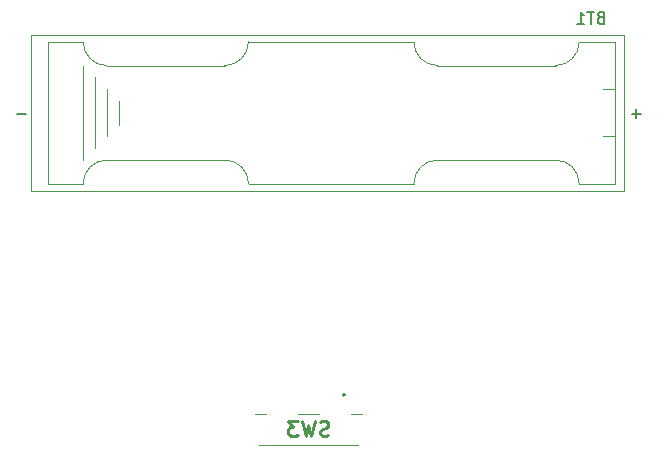
<source format=gbo>
G04 #@! TF.GenerationSoftware,KiCad,Pcbnew,9.0.0*
G04 #@! TF.CreationDate,2025-03-25T13:13:44-05:00*
G04 #@! TF.ProjectId,Armor_Plate,41726d6f-725f-4506-9c61-74652e6b6963,rev?*
G04 #@! TF.SameCoordinates,Original*
G04 #@! TF.FileFunction,Legend,Bot*
G04 #@! TF.FilePolarity,Positive*
%FSLAX46Y46*%
G04 Gerber Fmt 4.6, Leading zero omitted, Abs format (unit mm)*
G04 Created by KiCad (PCBNEW 9.0.0) date 2025-03-25 13:13:44*
%MOMM*%
%LPD*%
G01*
G04 APERTURE LIST*
%ADD10C,0.254000*%
%ADD11C,0.150000*%
%ADD12C,0.100000*%
%ADD13C,0.200000*%
%ADD14C,0.120000*%
%ADD15C,4.500000*%
%ADD16C,0.900000*%
%ADD17R,0.700000X1.500000*%
%ADD18R,1.000000X0.800000*%
%ADD19R,2.000000X2.000000*%
%ADD20C,2.000000*%
G04 APERTURE END LIST*
D10*
X81613333Y-95953842D02*
X81431904Y-96014318D01*
X81431904Y-96014318D02*
X81129523Y-96014318D01*
X81129523Y-96014318D02*
X81008571Y-95953842D01*
X81008571Y-95953842D02*
X80948095Y-95893365D01*
X80948095Y-95893365D02*
X80887618Y-95772413D01*
X80887618Y-95772413D02*
X80887618Y-95651461D01*
X80887618Y-95651461D02*
X80948095Y-95530508D01*
X80948095Y-95530508D02*
X81008571Y-95470032D01*
X81008571Y-95470032D02*
X81129523Y-95409556D01*
X81129523Y-95409556D02*
X81371428Y-95349080D01*
X81371428Y-95349080D02*
X81492380Y-95288603D01*
X81492380Y-95288603D02*
X81552857Y-95228127D01*
X81552857Y-95228127D02*
X81613333Y-95107175D01*
X81613333Y-95107175D02*
X81613333Y-94986222D01*
X81613333Y-94986222D02*
X81552857Y-94865270D01*
X81552857Y-94865270D02*
X81492380Y-94804794D01*
X81492380Y-94804794D02*
X81371428Y-94744318D01*
X81371428Y-94744318D02*
X81069047Y-94744318D01*
X81069047Y-94744318D02*
X80887618Y-94804794D01*
X80464285Y-94744318D02*
X80161904Y-96014318D01*
X80161904Y-96014318D02*
X79919999Y-95107175D01*
X79919999Y-95107175D02*
X79678094Y-96014318D01*
X79678094Y-96014318D02*
X79375714Y-94744318D01*
X79012856Y-94744318D02*
X78226665Y-94744318D01*
X78226665Y-94744318D02*
X78649999Y-95228127D01*
X78649999Y-95228127D02*
X78468570Y-95228127D01*
X78468570Y-95228127D02*
X78347618Y-95288603D01*
X78347618Y-95288603D02*
X78287142Y-95349080D01*
X78287142Y-95349080D02*
X78226665Y-95470032D01*
X78226665Y-95470032D02*
X78226665Y-95772413D01*
X78226665Y-95772413D02*
X78287142Y-95893365D01*
X78287142Y-95893365D02*
X78347618Y-95953842D01*
X78347618Y-95953842D02*
X78468570Y-96014318D01*
X78468570Y-96014318D02*
X78831427Y-96014318D01*
X78831427Y-96014318D02*
X78952380Y-95953842D01*
X78952380Y-95953842D02*
X79012856Y-95893365D01*
D11*
X104635714Y-60581009D02*
X104492857Y-60628628D01*
X104492857Y-60628628D02*
X104445238Y-60676247D01*
X104445238Y-60676247D02*
X104397619Y-60771485D01*
X104397619Y-60771485D02*
X104397619Y-60914342D01*
X104397619Y-60914342D02*
X104445238Y-61009580D01*
X104445238Y-61009580D02*
X104492857Y-61057200D01*
X104492857Y-61057200D02*
X104588095Y-61104819D01*
X104588095Y-61104819D02*
X104969047Y-61104819D01*
X104969047Y-61104819D02*
X104969047Y-60104819D01*
X104969047Y-60104819D02*
X104635714Y-60104819D01*
X104635714Y-60104819D02*
X104540476Y-60152438D01*
X104540476Y-60152438D02*
X104492857Y-60200057D01*
X104492857Y-60200057D02*
X104445238Y-60295295D01*
X104445238Y-60295295D02*
X104445238Y-60390533D01*
X104445238Y-60390533D02*
X104492857Y-60485771D01*
X104492857Y-60485771D02*
X104540476Y-60533390D01*
X104540476Y-60533390D02*
X104635714Y-60581009D01*
X104635714Y-60581009D02*
X104969047Y-60581009D01*
X104111904Y-60104819D02*
X103540476Y-60104819D01*
X103826190Y-61104819D02*
X103826190Y-60104819D01*
X102683333Y-61104819D02*
X103254761Y-61104819D01*
X102969047Y-61104819D02*
X102969047Y-60104819D01*
X102969047Y-60104819D02*
X103064285Y-60247676D01*
X103064285Y-60247676D02*
X103159523Y-60342914D01*
X103159523Y-60342914D02*
X103254761Y-60390533D01*
X55970951Y-68723866D02*
X55209047Y-68723866D01*
X108040951Y-68723866D02*
X107279047Y-68723866D01*
X107659999Y-69104819D02*
X107659999Y-68342914D01*
D12*
X76320000Y-94140000D02*
X75420000Y-94140000D01*
X80820000Y-94140000D02*
X79020000Y-94140000D01*
D13*
X82820000Y-92540000D02*
X82820000Y-92540000D01*
X83020000Y-92540000D02*
X83020000Y-92540000D01*
D12*
X84120000Y-96740000D02*
X75720000Y-96740000D01*
X84420000Y-94140000D02*
X83520000Y-94140000D01*
D13*
X82820000Y-92540000D02*
G75*
G02*
X83020000Y-92540000I100000J0D01*
G01*
X83020000Y-92540000D02*
G75*
G02*
X82820000Y-92540000I-100000J0D01*
G01*
D14*
X56450000Y-62050000D02*
X106650000Y-62050000D01*
X56450000Y-75250000D02*
X56450000Y-62050000D01*
X57850000Y-62650000D02*
X57850000Y-74650000D01*
X57850000Y-62650000D02*
X60850000Y-62650000D01*
X57850000Y-74650000D02*
X60850000Y-74650000D01*
X60850000Y-64650000D02*
X60850000Y-72650000D01*
X61850000Y-71650000D02*
X61850000Y-65650000D01*
X62850000Y-64650000D02*
X72850000Y-64650000D01*
X62850000Y-66650000D02*
X62850000Y-70650000D01*
X62850000Y-72650000D02*
X72850000Y-72650000D01*
X63850000Y-67650000D02*
X63850000Y-69650000D01*
X74850000Y-62650000D02*
X88850000Y-62650000D01*
X88850000Y-74650000D02*
X74850000Y-74650000D01*
X100850000Y-64650000D02*
X90850000Y-64650000D01*
X100850000Y-72650000D02*
X90850000Y-72650000D01*
X104850000Y-70650000D02*
X105850000Y-70650000D01*
X105850000Y-62650000D02*
X102850000Y-62650000D01*
X105850000Y-62650000D02*
X105850000Y-74650000D01*
X105850000Y-66650000D02*
X104850000Y-66650000D01*
X105850000Y-74650000D02*
X102850000Y-74650000D01*
X106650000Y-62050000D02*
X106650000Y-75250000D01*
X106650000Y-75250000D02*
X56450000Y-75250000D01*
X60850000Y-74650000D02*
G75*
G02*
X62850000Y-72650000I2000000J0D01*
G01*
X62850000Y-64650000D02*
G75*
G02*
X60850000Y-62650000I0J2000000D01*
G01*
X72850000Y-72650000D02*
G75*
G02*
X74850000Y-74650000I0J-2000000D01*
G01*
X74850000Y-62650000D02*
G75*
G02*
X72850000Y-64650000I-2000000J0D01*
G01*
X88850000Y-74650000D02*
G75*
G02*
X90850000Y-72650000I2000000J0D01*
G01*
X90850000Y-64650000D02*
G75*
G02*
X88850000Y-62650000I0J2000000D01*
G01*
X100850000Y-72650000D02*
G75*
G02*
X102850000Y-74650000I0J-2000000D01*
G01*
X102850000Y-62650000D02*
G75*
G02*
X100850000Y-64650000I-2000000J0D01*
G01*
%LPC*%
D15*
X32450000Y-127250000D03*
X32450000Y-22750000D03*
X127450000Y-22750000D03*
X127450000Y-127250000D03*
D16*
X82420000Y-95440000D03*
X77420000Y-95440000D03*
D17*
X82920000Y-93690000D03*
X81420000Y-93690000D03*
X78420000Y-93690000D03*
X76920000Y-93690000D03*
D18*
X85070000Y-94390000D03*
X85070000Y-96230000D03*
X74770000Y-96490000D03*
X74770000Y-94390000D03*
D19*
X103850000Y-68650000D03*
D20*
X59150000Y-68650000D03*
%LPD*%
M02*

</source>
